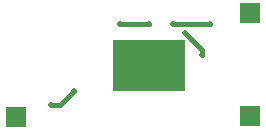
<source format=gbr>
%TF.GenerationSoftware,KiCad,Pcbnew,(5.1.8)-1*%
%TF.CreationDate,2021-01-22T21:13:55+01:00*%
%TF.ProjectId,const-curr_LT3092,636f6e73-742d-4637-9572-725f4c543330,rev?*%
%TF.SameCoordinates,Original*%
%TF.FileFunction,Copper,L4,Bot*%
%TF.FilePolarity,Positive*%
%FSLAX46Y46*%
G04 Gerber Fmt 4.6, Leading zero omitted, Abs format (unit mm)*
G04 Created by KiCad (PCBNEW (5.1.8)-1) date 2021-01-22 21:13:55*
%MOMM*%
%LPD*%
G01*
G04 APERTURE LIST*
%TA.AperFunction,NonConductor*%
%ADD10C,0.100000*%
%TD*%
%TA.AperFunction,ComponentPad*%
%ADD11R,1.700000X1.700000*%
%TD*%
%TA.AperFunction,ViaPad*%
%ADD12C,0.500000*%
%TD*%
%TA.AperFunction,Conductor*%
%ADD13C,0.400000*%
%TD*%
G04 APERTURE END LIST*
D10*
G36*
X96800000Y-65100000D02*
G01*
X90800000Y-65100000D01*
X90800000Y-60900000D01*
X96800000Y-60900000D01*
X96800000Y-65100000D01*
G37*
X96800000Y-65100000D02*
X90800000Y-65100000D01*
X90800000Y-60900000D01*
X96800000Y-60900000D01*
X96800000Y-65100000D01*
D11*
%TO.P,J2,1*%
%TO.N,GND*%
X102400000Y-67300000D03*
%TD*%
%TO.P,J1,1*%
%TO.N,Net-(J1-Pad1)*%
X82600000Y-67400000D03*
%TD*%
%TO.P,J3,1*%
%TO.N,Net-(C3-Pad2)*%
X102400000Y-58600000D03*
%TD*%
D12*
%TO.N,Net-(C1-Pad2)*%
X96200000Y-64400000D03*
X95000000Y-64400000D03*
X96200000Y-63000000D03*
X95000000Y-63000000D03*
X96200000Y-61500000D03*
X95000000Y-61500000D03*
%TO.N,GND*%
X96900000Y-60300000D03*
X98300000Y-62200000D03*
%TO.N,Net-(C3-Pad2)*%
X91400000Y-59500000D03*
X93800000Y-59500000D03*
X95900000Y-59500000D03*
X99000000Y-59500000D03*
%TO.N,Net-(J1-Pad1)*%
X85500000Y-66400000D03*
X87500000Y-65200000D03*
%TD*%
D13*
%TO.N,GND*%
X96900000Y-60300000D02*
X98300000Y-61700000D01*
X98300000Y-61700000D02*
X98300000Y-62200000D01*
%TO.N,Net-(C3-Pad2)*%
X91400000Y-59500000D02*
X93800000Y-59500000D01*
X95900000Y-59500000D02*
X99000000Y-59500000D01*
%TO.N,Net-(J1-Pad1)*%
X85500000Y-66400000D02*
X86300000Y-66400000D01*
X86300000Y-66400000D02*
X87500000Y-65200000D01*
%TD*%
M02*

</source>
